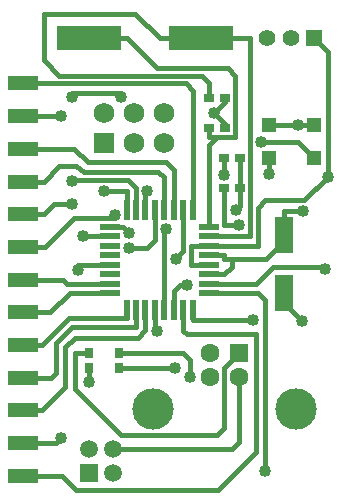
<source format=gbr>
G04 DipTrace 3.0.0.0*
G04 Top.gbr*
%MOMM*%
G04 #@! TF.FileFunction,Copper,L1,Top*
G04 #@! TF.Part,Single*
G04 #@! TA.AperFunction,Conductor*
%ADD13C,0.381*%
%ADD15R,1.7X0.5*%
%ADD16R,0.5X1.7*%
%ADD18R,1.6X3.15*%
%ADD19R,0.9X0.7*%
%ADD21R,1.2X1.2*%
G04 #@! TA.AperFunction,ComponentPad*
%ADD22R,1.6X1.6*%
%ADD23C,1.6*%
%ADD24C,3.5*%
%ADD25R,2.54X1.27*%
G04 #@! TA.AperFunction,ComponentPad*
%ADD26R,1.75X1.75*%
%ADD27C,1.75*%
%ADD28R,1.5X1.5*%
%ADD29C,1.5*%
%ADD30R,1.4X1.4*%
%ADD31C,1.4*%
%ADD32R,0.7X0.9*%
%ADD34R,5.5X2.0*%
G04 #@! TA.AperFunction,ViaPad*
%ADD35C,1.016*%
%FSLAX35Y35*%
G04*
G71*
G90*
G75*
G01*
G04 Top*
%LPD*%
X1962000Y1454000D2*
D13*
X2968500D1*
X3032000Y1517500D1*
Y2070000D1*
X3569200Y3469950D2*
X3413000D1*
Y3268000D1*
X3667000Y4201000D2*
X3530800D1*
X3029200Y3353250D2*
X2907450D1*
Y3406217D1*
X2905000Y3408670D1*
Y3667000D1*
X1938000Y3018000D2*
X1671250D1*
Y2972250D1*
X3413000Y3268000D2*
Y3219930D1*
X3259120Y3066050D1*
X2970960D1*
Y3001500D1*
X2907460Y2938000D1*
X2778000D1*
X2970960Y3066050D2*
X2907460D1*
Y3098000D1*
X2778000D1*
X3530800Y4201000D2*
X3286000D1*
X1671250Y2972250D2*
D3*
X2818560Y4302000D2*
X2910203Y4210360D1*
X2908000Y4175000D1*
X2818560Y4302000D2*
D3*
X2908000Y4429000D2*
Y4391440D1*
X2818560Y4302000D1*
X2638000Y3478000D2*
Y4492500D1*
X2577797Y4552703D1*
X1202840D1*
X1520700Y4279140D2*
X1202840D1*
Y4275843D1*
X2493250Y3067500D2*
X2558000Y3132247D1*
Y3478000D1*
X2478000D2*
Y3820200D1*
X2414500Y3883700D1*
X1752840D1*
X1637557Y3998983D1*
X1202840D1*
X2398000Y3478000D2*
Y3756700D1*
X2347953Y3806747D1*
X1715623D1*
X1654003Y3850273D1*
X1503970D1*
X1375820Y3722123D1*
X1202840D1*
X1615950Y3534450D2*
X1466930D1*
X1377740Y3445263D1*
X1202840D1*
X2099200Y3162750D2*
X2254500D1*
X2318000Y3226247D1*
Y3478000D1*
X1976800Y3439200D2*
Y3417487D1*
X1632747D1*
X1383660Y3168403D1*
X1202840D1*
X2253250Y3639200D2*
X2238000Y3623950D1*
Y3478000D1*
X1938000Y2858000D2*
X1573650D1*
X1540110Y2891543D1*
X1202840D1*
Y2614683D2*
X1434327D1*
X1597647Y2778000D1*
X1938000D1*
X1202840Y2337823D2*
X1360480D1*
X1593497Y2570840D1*
X2078000D1*
Y2638000D1*
X1202840Y2060963D2*
X1438170D1*
X1480563Y2103357D1*
Y2355160D1*
X1616450Y2491043D1*
X2158000D1*
Y2638000D1*
X1615950Y3724950D2*
D3*
X2027240Y4433950D2*
Y4470517D1*
X1615950D1*
Y4433950D1*
Y3724950D2*
X1625460Y3734460D1*
X2094500D1*
X2158000Y3670960D1*
Y3478000D1*
X1889000Y3639210D2*
X2078000D1*
Y3478000D1*
X2099200Y3289750D2*
X2050950Y3338000D1*
X1938000D1*
X2588500Y2847450D2*
X2528800D1*
X2478000Y2796650D1*
Y2638000D1*
X2905000Y3778200D2*
Y3921000D1*
X3035000D2*
Y3667000D1*
X3219700Y4057200D2*
X3530800D1*
X3667000Y3921000D1*
X1762000Y2021800D2*
Y2143000D1*
X3002700Y3480250D2*
D3*
X3035000Y3667000D2*
Y3512547D1*
X3002700Y3480250D1*
X3286000Y3784800D2*
Y3921000D1*
X2619700Y2070000D2*
Y2209500D1*
X2556200Y2273000D1*
X2016000D1*
X2492700Y2143000D2*
X2016000D1*
X3149197Y2551360D2*
X2638000D1*
Y2638000D1*
X3667000Y4937000D2*
X3781450Y4822550D1*
Y3764400D1*
X3032000Y2270000D2*
X2906450Y2144450D1*
Y1636950D1*
X2842950Y1573450D1*
X2035323D1*
X1642560Y1966217D1*
Y2273000D1*
X1762000D1*
X3562850Y2544300D2*
D3*
X1711200Y3258000D2*
X1938000D1*
X2778000Y3178000D2*
X2627450D1*
Y3018000D1*
X2778000D1*
X3781450Y3764400D2*
X3582250Y3565200D1*
X3254260D1*
X3190760Y3501700D1*
Y3178000D1*
X2778000D1*
X3413000Y2778000D2*
D3*
X3562850Y2544300D2*
X3460507Y2646643D1*
Y2778000D1*
X3413000D1*
X2778000Y3338000D2*
Y4032050D1*
X2841500Y4095550D1*
X2997450D1*
Y4619500D1*
X2933950Y4683000D1*
X2335450D1*
X2081450Y4937000D1*
X1762000D1*
X2841500Y4095550D2*
X2778000D1*
Y4175000D1*
Y4429000D2*
Y4556000D1*
X2714500Y4619500D1*
X1506050D1*
X1375947Y4749603D1*
Y5142737D1*
X2152683D1*
X2358420Y4937000D1*
X2712000D1*
X3124450D1*
Y3258000D1*
X2778000D1*
X2413250Y3316800D2*
X2398000Y3301550D1*
Y2638000D1*
X2558000D2*
Y2457950D1*
X2586570Y2429383D1*
X3173780D1*
Y1435543D1*
X2850963Y1112727D1*
X1650447D1*
X1532790Y1230383D1*
X1202840D1*
X3759700Y2979950D2*
Y3002473D1*
X3318867D1*
X3174393Y2858000D1*
X2778000D1*
X2238000Y2638000D2*
Y2462053D1*
X2176313Y2400363D1*
X1638363D1*
X1555507Y2317507D1*
Y1980957D1*
X1358653Y1784103D1*
X1202840D1*
X1520700Y1549250D2*
X1478693Y1507243D1*
X1202840D1*
X2333250Y2457950D2*
X2318000Y2473200D1*
Y2638000D1*
X3250557Y1274227D2*
Y2721753D1*
X3194310Y2778000D1*
X2778000D1*
D35*
X3569200Y3469950D3*
X3029200Y3353250D3*
X1671250Y2972250D3*
X3530800Y4201000D3*
X2818560Y4302000D3*
X1520700Y4279140D3*
X2493250Y3067500D3*
X1615950Y3534450D3*
X2099200Y3162750D3*
X1976800Y3439200D3*
X2253250Y3639200D3*
X1615950Y3724950D3*
Y4433950D3*
X2027240D3*
X1889000Y3639210D3*
X2099200Y3289750D3*
X2588500Y2847450D3*
X2905000Y3778200D3*
X3002700Y3480250D3*
X3219700Y4057200D3*
X1762000Y2021800D3*
X3286000Y3784800D3*
X2619700Y2070000D3*
X2492700Y2143000D3*
X3149197Y2551360D3*
X3562850Y2544300D3*
X1711200Y3258000D3*
X3781450Y3764400D3*
X2413250Y3316800D3*
X3759700Y2979950D3*
X1520700Y1549250D3*
X2333250Y2457950D3*
X3250557Y1274227D3*
D15*
X2778000Y2778000D3*
Y2858000D3*
Y2938000D3*
Y3018000D3*
Y3098000D3*
Y3178000D3*
Y3258000D3*
Y3338000D3*
D16*
X2638000Y3478000D3*
X2558000D3*
X2478000D3*
X2398000D3*
X2318000D3*
X2238000D3*
X2158000D3*
X2078000D3*
D15*
X1938000Y3338000D3*
Y3258000D3*
Y3178000D3*
Y3098000D3*
Y3018000D3*
Y2938000D3*
Y2858000D3*
Y2778000D3*
D16*
X2078000Y2638000D3*
X2158000D3*
X2238000D3*
X2318000D3*
X2398000D3*
X2478000D3*
X2558000D3*
X2638000D3*
D18*
X3413000Y2778000D3*
Y3268000D3*
D19*
X2778000Y4175000D3*
X2908000D3*
X2778000Y4429000D3*
X2908000D3*
D21*
X3286000Y3921000D3*
Y4201000D3*
X3667000Y3921000D3*
Y4201000D3*
D22*
X3032000Y2270000D3*
D23*
X2782000D3*
Y2070000D3*
X3032000D3*
D24*
X2305000Y1799000D3*
X3509000D3*
D25*
X1202840Y4552703D3*
Y4275843D3*
Y3998983D3*
Y3722123D3*
Y3445263D3*
Y3168403D3*
Y2891543D3*
Y2614683D3*
Y2337823D3*
Y2060963D3*
Y1784103D3*
Y1507243D3*
Y1230383D3*
D26*
X1889000Y4048000D3*
D27*
X2143000D3*
X2397000D3*
Y4302000D3*
X2143000D3*
X1889000D3*
D28*
X1762000Y1254000D3*
D29*
X1962000D3*
Y1454000D3*
X1762000D3*
D30*
X3667000Y4937000D3*
D31*
X3467000D3*
X3267000D3*
D19*
X2905000Y3921000D3*
X3035000D3*
D32*
X2016000Y2143000D3*
Y2273000D3*
X1762000Y2143000D3*
Y2273000D3*
D19*
X2905000Y3667000D3*
X3035000D3*
D34*
X1762000Y4937000D3*
X2712000D3*
M02*

</source>
